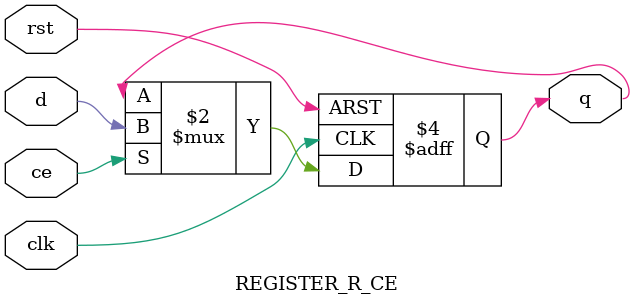
<source format=sv>
`timescale 1ns/1ps

module REGISTER(q, d, clk);
  parameter N = 1;
  output reg [N-1:0] q;
  input [N-1:0]      d;
  input         clk;
  always @(posedge clk)
    q <= d;
endmodule // REGISTER

// Register with clock enable
module REGISTER_CE(q, d, ce, clk);
  parameter N = 1;
  output reg [N-1:0] q;
  input [N-1:0]      d;
  input          ce, clk;
  always @(posedge clk)
    if (ce) q <= d;
endmodule // REGISTER_CE

// Register with reset value
module REGISTER_R(q, d, rst, clk);
  parameter N = 1;
  parameter INIT = {N{1'b0}};
  output reg [N-1:0] q;
  input [N-1:0]      d;
  input          rst, clk;
  always @(posedge clk or posedge rst)
    if (rst) q <= INIT;
    else q <= d;
endmodule // REGISTER_R

// Register with reset and clock enable
//  Reset works independently of clock enable
module REGISTER_R_CE(q, d, rst, ce, clk);
  parameter N = 1;
  parameter INIT = {N{1'b0}};
  output reg [N-1:0] q;
  input [N-1:0]      d;
  input          rst, ce, clk;
  always @(posedge clk or posedge rst)
    if (rst) q <= INIT;
    else if (ce) q <= d;
endmodule // REGISTER_R_CE

</source>
